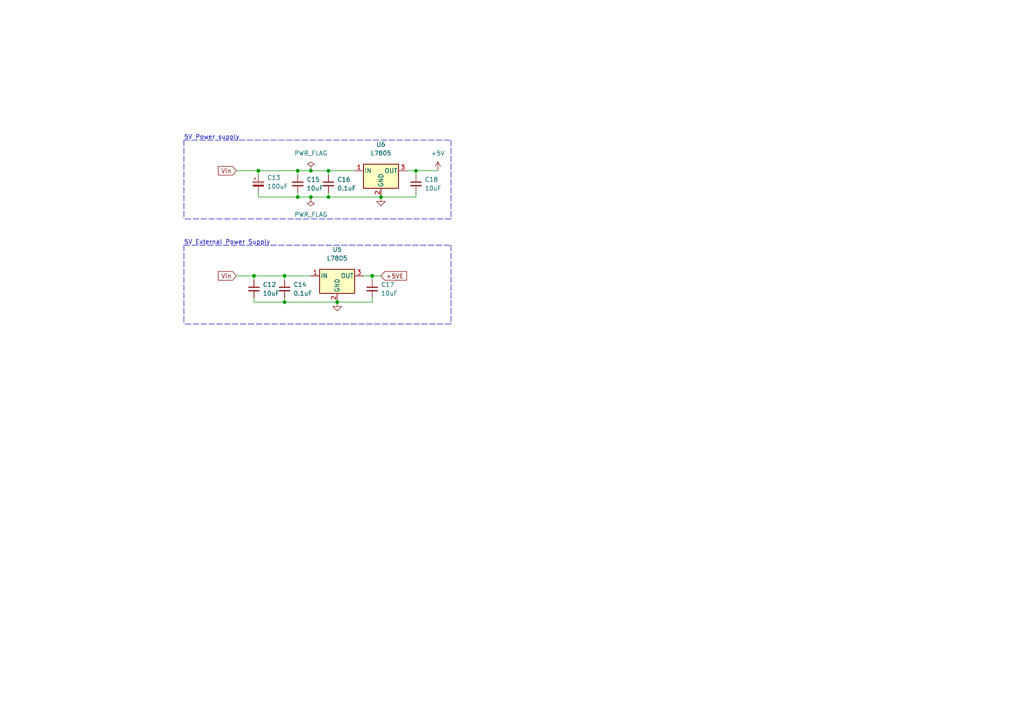
<source format=kicad_sch>
(kicad_sch (version 20231120) (generator "eeschema") (generator_version "8.0")
  (paper "A4")
  (lib_symbols
    (symbol "Device:C_Polarized_Small" (pin_numbers hide) (pin_names (offset 0.254) hide)
      (property "Reference" "C" (at 0.254 1.778 0))
      (property "Value" "C_Polarized_Small" (at 0.254 -2.032 0))
      (symbol "C_Polarized_Small_0_1"
        (rectangle (start -1.524 -0.3048) (end 1.524 -0.6858) (fill (type outline)))
        (rectangle (start -1.524 0.6858) (end 1.524 0.3048))
        (polyline (pts (xy -1.27 1.524) (xy -0.762 1.524)))
        (polyline (pts (xy -1.016 1.27) (xy -1.016 1.778)))
      )
      (symbol "C_Polarized_Small_1_1"
        (pin passive line (at 0 2.54 270) (length 1.8542) (name "~") (number "1"))
        (pin passive line (at 0 -2.54 90) (length 1.8542) (name "~") (number "2"))
      )
    )
    (symbol "Device:C_Small" (pin_numbers hide) (pin_names (offset 0.254) hide)
      (property "Reference" "C" (at 0.254 1.778 0))
      (property "Value" "C_Small" (at 0.254 -2.032 0))
      (symbol "C_Small_0_1"
        (polyline (pts (xy -1.524 -0.508) (xy 1.524 -0.508)) (stroke (width 0.3302)))
        (polyline (pts (xy -1.524 0.508) (xy 1.524 0.508)) (stroke (width 0.3048)))
      )
      (symbol "C_Small_1_1"
        (pin passive line (at 0 2.54 270) (length 2.032) (name "~") (number "1"))
        (pin passive line (at 0 -2.54 90) (length 2.032) (name "~") (number "2"))
      )
    )
    (symbol "Regulator_Linear:L7805" (pin_names (offset 0.254))
      (property "Reference" "U" (at -3.81 3.175 0))
      (property "Value" "L7805" (at 0 3.175 0))
      (symbol "L7805_0_1"
        (rectangle (start -5.08 1.905) (end 5.08 -5.08) (stroke (width 0.254)) (fill (type background)))
      )
      (symbol "L7805_1_1"
        (pin power_in line (at -7.62 0 0) (length 2.54) (name "IN") (number "1"))
        (pin power_in line (at 0 -7.62 90) (length 2.54) (name "GND") (number "2"))
        (pin power_out line (at 7.62 0 180) (length 2.54) (name "OUT") (number "3"))
      )
    )
    (symbol "power:+5V" (power) (pin_names (offset 0))
      (property "Value" "+5V" (at 0 3.556 0))
      (symbol "+5V_0_1"
        (polyline (pts (xy -0.762 1.27) (xy 0 2.54)))
        (polyline (pts (xy 0 0) (xy 0 2.54)))
        (polyline (pts (xy 0 2.54) (xy 0.762 1.27)))
      )
      (symbol "+5V_1_1"
        (pin power_in line (at 0 0 90) (length 0) hide (name "+5V") (number "1"))
      )
    )
    (symbol "power:GND" (power) (pin_names (offset 0))
      (property "Value" "GND" (at 0 -3.81 0))
      (symbol "GND_0_1"
        (polyline (pts (xy 0 0) (xy 0 -1.27) (xy 1.27 -1.27) (xy 0 -2.54) (xy -1.27 -1.27) (xy 0 -1.27)))
      )
      (symbol "GND_1_1"
        (pin power_in line (at 0 0 270) (length 0) hide (name "GND") (number "1"))
      )
    )
    (symbol "power:PWR_FLAG" (power) (pin_numbers hide) (pin_names (offset 0) hide)
      (property "Value" "PWR_FLAG" (at 0 3.81 0))
      (symbol "PWR_FLAG_0_0"
        (pin power_out line (at 0 0 90) (length 0) (name "pwr") (number "1"))
      )
      (symbol "PWR_FLAG_0_1"
        (polyline (pts (xy 0 0) (xy 0 1.27) (xy -1.016 1.905) (xy 0 2.54) (xy 1.016 1.905) (xy 0 1.27)))
      )
    )
  )
  (junction (at 107.95 80.01))
  (junction (at 120.65 49.53))
  (junction (at 82.55 80.01))
  (junction (at 90.17 49.53))
  (junction (at 82.55 87.63))
  (junction (at 95.25 49.53))
  (junction (at 110.49 57.15))
  (junction (at 97.79 87.63))
  (junction (at 73.66 80.01))
  (junction (at 74.93 49.53))
  (junction (at 90.17 57.15))
  (junction (at 86.36 57.15))
  (junction (at 86.36 49.53))
  (junction (at 95.25 57.15))
  (wire (pts (xy 95.25 49.53) (xy 95.25 50.8)))
  (wire (pts (xy 74.93 49.53) (xy 86.36 49.53)))
  (polyline (pts (xy 130.81 71.12) (xy 130.81 93.98)) (stroke (width 0) (type dash)))
  (polyline (pts (xy 53.34 71.12) (xy 53.34 93.98)) (stroke (width 0) (type dash)))
  (polyline (pts (xy 130.81 40.64) (xy 130.81 63.5)) (stroke (width 0) (type dash)))
  (polyline (pts (xy 53.34 40.64) (xy 130.81 40.64)) (stroke (width 0) (type dash)))
  (wire (pts (xy 86.36 55.88) (xy 86.36 57.15)))
  (wire (pts (xy 82.55 80.01) (xy 90.17 80.01)))
  (wire (pts (xy 95.25 57.15) (xy 110.49 57.15)))
  (wire (pts (xy 95.25 55.88) (xy 95.25 57.15)))
  (wire (pts (xy 73.66 80.01) (xy 73.66 81.28)))
  (polyline (pts (xy 53.34 71.12) (xy 130.81 71.12)) (stroke (width 0) (type dash)))
  (wire (pts (xy 90.17 49.53) (xy 95.25 49.53)))
  (wire (pts (xy 95.25 49.53) (xy 102.87 49.53)))
  (polyline (pts (xy 130.81 93.98) (xy 53.34 93.98)) (stroke (width 0) (type dash)))
  (wire (pts (xy 107.95 80.01) (xy 107.95 81.28)))
  (wire (pts (xy 68.58 80.01) (xy 73.66 80.01)))
  (wire (pts (xy 82.55 87.63) (xy 97.79 87.63)))
  (wire (pts (xy 110.49 57.15) (xy 120.65 57.15)))
  (polyline (pts (xy 130.81 63.5) (xy 53.34 63.5)) (stroke (width 0) (type dash)))
  (wire (pts (xy 97.79 87.63) (xy 107.95 87.63)))
  (wire (pts (xy 74.93 49.53) (xy 74.93 50.8)))
  (wire (pts (xy 73.66 87.63) (xy 82.55 87.63)))
  (wire (pts (xy 105.41 80.01) (xy 107.95 80.01)))
  (wire (pts (xy 120.65 49.53) (xy 120.65 50.8)))
  (wire (pts (xy 118.11 49.53) (xy 120.65 49.53)))
  (wire (pts (xy 82.55 86.36) (xy 82.55 87.63)))
  (wire (pts (xy 90.17 57.15) (xy 95.25 57.15)))
  (wire (pts (xy 82.55 80.01) (xy 82.55 81.28)))
  (wire (pts (xy 107.95 80.01) (xy 110.49 80.01)))
  (wire (pts (xy 86.36 57.15) (xy 90.17 57.15)))
  (wire (pts (xy 120.65 49.53) (xy 127 49.53)))
  (wire (pts (xy 73.66 86.36) (xy 73.66 87.63)))
  (wire (pts (xy 120.65 55.88) (xy 120.65 57.15)))
  (wire (pts (xy 74.93 55.88) (xy 74.93 57.15)))
  (wire (pts (xy 107.95 86.36) (xy 107.95 87.63)))
  (wire (pts (xy 90.17 49.53) (xy 86.36 49.53)))
  (polyline (pts (xy 53.34 40.64) (xy 53.34 63.5)) (stroke (width 0) (type dash)))
  (wire (pts (xy 68.58 49.53) (xy 74.93 49.53)))
  (wire (pts (xy 73.66 80.01) (xy 82.55 80.01)))
  (wire (pts (xy 86.36 49.53) (xy 86.36 50.8)))
  (wire (pts (xy 74.93 57.15) (xy 86.36 57.15)))
  (text "5V External Power Supply" (at 53.34 71.12 0) (effects (font (size 1.27 1.27)) (justify left bottom)))
  (text "5V Power supply" (at 53.34 40.64 0) (effects (font (size 1.27 1.27)) (justify left bottom)))
  (global_label "Vin" (shape input) (at 68.58 49.53 180) (property "Intersheetrefs" "${INTERSHEET_REFS}" (effects (hide yes))))
  (global_label "+5VE" (shape input) (at 110.49 80.01 0) (property "Intersheetrefs" "${INTERSHEET_REFS}" (effects (hide yes))))
  (global_label "Vin" (shape input) (at 68.58 80.01 180) (property "Intersheetrefs" "${INTERSHEET_REFS}" (effects (hide yes))))
  (symbol (lib_id "power:PWR_FLAG") (at 90.17 49.53 0) (unit 1)
    (property "Reference" "#FLG01" (effects (hide yes)))
    (property "Value" "PWR_FLAG" (at 90.17 44.45 0))
  )
  (symbol (lib_id "power:+5V") (at 127 49.53 0) (unit 1)
    (property "Reference" "#PWR042" (effects (hide yes)))
    (property "Value" "+5V" (at 127 44.45 0))
  )
  (symbol (lib_id "Regulator_Linear:L7805") (at 110.49 49.53 0) (unit 1)
    (property "Reference" "U6" (at 110.49 41.91 0))
    (property "Value" "L7805" (at 110.49 44.45 0))
    (property "Footprint" "Package_TO_SOT_SMD:TO-252-2" (effects (hide yes)))
    (property "Datasheet" "http://www.st.com/content/ccc/resource/technical/document/datasheet/41/4f/b3/b0/12/d4/47/88/CD00000444.pdf/files/CD00000444.pdf/jcr:content/translations/en.CD00000444.pdf" (effects (hide yes)))
    (property "LCSC" "C897464" (effects (hide yes)))
  )
  (symbol (lib_id "Device:C_Small") (at 107.95 83.82 0) (unit 1) (exclude_from_sim yes)
    (property "Reference" "C17" (at 110.49 82.5562 0) (effects (justify left)))
    (property "Value" "10uF" (at 110.49 85.09 0) (effects (justify left)))
    (property "Footprint" "Capacitor_SMD:C_0805_2012Metric" (effects (hide yes)))
    (property "LCSC" "C440198" (effects (hide yes)))
    (property "Sim.Device" "SPICE" (effects (hide yes)))
    (property "Sim.Params" "type=\"C\" model=\"10u\" lib=\"\"" (effects (hide yes)))
    (property "Sim.Pins" "1=1 2=2" (effects (hide yes)))
  )
  (symbol (lib_id "Device:C_Small") (at 120.65 53.34 0) (unit 1) (exclude_from_sim yes)
    (property "Reference" "C18" (at 123.19 52.0762 0) (effects (justify left)))
    (property "Value" "10uF" (at 123.19 54.61 0) (effects (justify left)))
    (property "Footprint" "Capacitor_SMD:C_0805_2012Metric" (effects (hide yes)))
    (property "LCSC" "C440198" (effects (hide yes)))
    (property "Sim.Device" "SPICE" (effects (hide yes)))
    (property "Sim.Params" "type=\"C\" model=\"10u\" lib=\"\"" (effects (hide yes)))
    (property "Sim.Pins" "1=1 2=2" (effects (hide yes)))
  )
  (symbol (lib_id "Device:C_Small") (at 95.25 53.34 0) (unit 1) (exclude_from_sim yes)
    (property "Reference" "C16" (at 97.79 52.0762 0) (effects (justify left)))
    (property "Value" "0.1uF" (at 97.79 54.6162 0) (effects (justify left)))
    (property "Footprint" "Capacitor_SMD:C_0402_1005Metric" (effects (hide yes)))
    (property "LCSC" "C307331" (effects (hide yes)))
    (property "Sim.Device" "SPICE" (effects (hide yes)))
    (property "Sim.Params" "type=\"C\" model=\"0.1u\" lib=\"\"" (effects (hide yes)))
    (property "Sim.Pins" "1=1 2=2" (effects (hide yes)))
  )
  (symbol (lib_id "Device:C_Small") (at 73.66 83.82 0) (unit 1) (exclude_from_sim yes)
    (property "Reference" "C12" (at 76.2 82.5562 0) (effects (justify left)))
    (property "Value" "10uF" (at 76.2 85.09 0) (effects (justify left)))
    (property "Footprint" "Capacitor_SMD:C_0805_2012Metric" (effects (hide yes)))
    (property "LCSC" "C440198" (effects (hide yes)))
    (property "Sim.Device" "SPICE" (effects (hide yes)))
    (property "Sim.Params" "type=\"C\" model=\"10u\" lib=\"\"" (effects (hide yes)))
    (property "Sim.Pins" "1=1 2=2" (effects (hide yes)))
  )
  (symbol (lib_id "Regulator_Linear:L7805") (at 97.79 80.01 0) (unit 1)
    (property "Reference" "U5" (at 97.79 72.39 0))
    (property "Value" "L7805" (at 97.79 74.93 0))
    (property "Footprint" "Package_TO_SOT_SMD:TO-252-2" (effects (hide yes)))
    (property "Datasheet" "http://www.st.com/content/ccc/resource/technical/document/datasheet/41/4f/b3/b0/12/d4/47/88/CD00000444.pdf/files/CD00000444.pdf/jcr:content/translations/en.CD00000444.pdf" (effects (hide yes)))
    (property "LCSC" "C897464" (effects (hide yes)))
  )
  (symbol (lib_id "power:PWR_FLAG") (at 90.17 57.15 180) (unit 1)
    (property "Reference" "#FLG02" (effects (hide yes)))
    (property "Value" "PWR_FLAG" (at 90.17 62.23 0))
  )
  (symbol (lib_id "Device:C_Small") (at 86.36 53.34 0) (unit 1) (exclude_from_sim yes)
    (property "Reference" "C15" (at 88.9 52.0762 0) (effects (justify left)))
    (property "Value" "10uF" (at 88.9 54.61 0) (effects (justify left)))
    (property "Footprint" "Capacitor_SMD:C_0805_2012Metric" (effects (hide yes)))
    (property "LCSC" "C440198" (effects (hide yes)))
    (property "Sim.Device" "SPICE" (effects (hide yes)))
    (property "Sim.Params" "type=\"C\" model=\"10u\" lib=\"\"" (effects (hide yes)))
    (property "Sim.Pins" "1=1 2=2" (effects (hide yes)))
  )
  (symbol (lib_id "power:GND") (at 97.79 87.63 0) (unit 1)
    (property "Reference" "#PWR040" (effects (hide yes)))
    (property "Value" "GND" (effects (hide yes)))
  )
  (symbol (lib_id "power:GND") (at 110.49 57.15 0) (unit 1)
    (property "Reference" "#PWR041" (effects (hide yes)))
    (property "Value" "GND" (effects (hide yes)))
  )
  (symbol (lib_id "Device:C_Small") (at 82.55 83.82 0) (unit 1) (exclude_from_sim yes)
    (property "Reference" "C14" (at 85.09 82.5562 0) (effects (justify left)))
    (property "Value" "0.1uF" (at 85.09 85.0962 0) (effects (justify left)))
    (property "Footprint" "Capacitor_SMD:C_0402_1005Metric" (effects (hide yes)))
    (property "LCSC" "C307331" (effects (hide yes)))
    (property "Sim.Device" "SPICE" (effects (hide yes)))
    (property "Sim.Params" "type=\"C\" model=\"0.1u\" lib=\"\"" (effects (hide yes)))
    (property "Sim.Pins" "1=1 2=2" (effects (hide yes)))
  )
  (symbol (lib_id "Device:C_Polarized_Small") (at 74.93 53.34 0) (unit 1)
    (property "Reference" "C13" (at 77.47 51.5238 0) (effects (justify left)))
    (property "Value" "100uF" (at 77.47 54.0638 0) (effects (justify left)))
    (property "Footprint" "Capacitor_SMD:C_Elec_6.3x7.7" (effects (hide yes)))
    (property "LCSC" "C2836437" (effects (hide yes)))
  )
)
</source>
